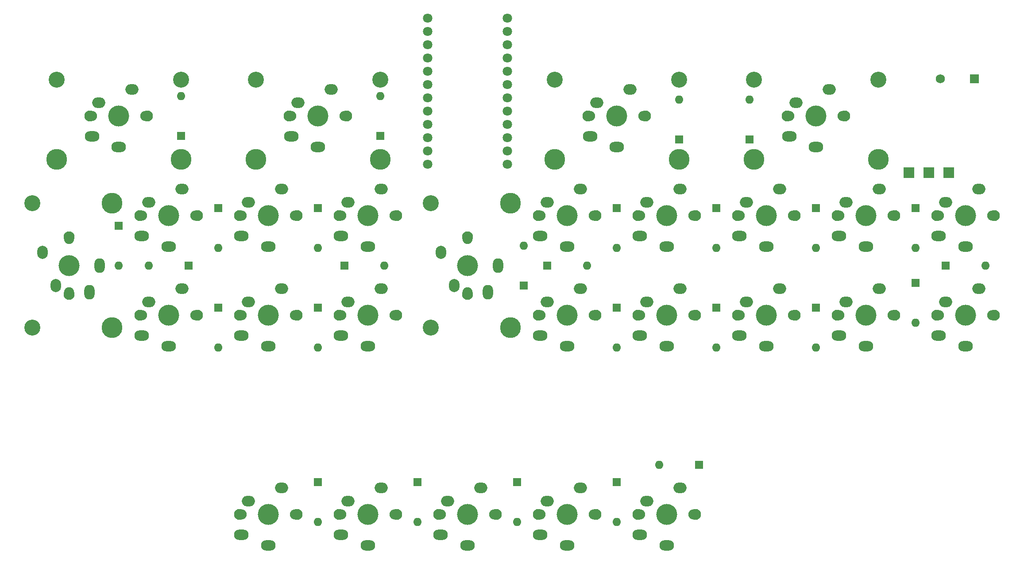
<source format=gbs>
%TF.GenerationSoftware,KiCad,Pcbnew,(7.0.0)*%
%TF.CreationDate,2023-03-05T08:54:37+05:30*%
%TF.ProjectId,Peridot Steno,50657269-646f-4742-9053-74656e6f2e6b,rev?*%
%TF.SameCoordinates,Original*%
%TF.FileFunction,Soldermask,Bot*%
%TF.FilePolarity,Negative*%
%FSLAX46Y46*%
G04 Gerber Fmt 4.6, Leading zero omitted, Abs format (unit mm)*
G04 Created by KiCad (PCBNEW (7.0.0)) date 2023-03-05 08:54:37*
%MOMM*%
%LPD*%
G01*
G04 APERTURE LIST*
%ADD10C,2.100000*%
%ADD11C,1.900000*%
%ADD12C,4.000000*%
%ADD13O,2.800000X2.000000*%
%ADD14O,2.500000X2.000000*%
%ADD15O,2.000000X2.800000*%
%ADD16O,2.000000X2.500000*%
%ADD17C,3.048000*%
%ADD18C,3.987800*%
%ADD19C,1.800000*%
%ADD20R,1.752600X1.752600*%
%ADD21C,1.752600*%
%ADD22R,1.600000X1.600000*%
%ADD23O,1.600000X1.600000*%
%ADD24R,2.000000X2.000000*%
G04 APERTURE END LIST*
D10*
%TO.C,SW26*%
X156425000Y-66675000D03*
D11*
X156845000Y-66675000D03*
D12*
X161925000Y-66675000D03*
D11*
X167005000Y-66675000D03*
D10*
X167425000Y-66675000D03*
D13*
X156824999Y-70574999D03*
D14*
X158114999Y-64134999D03*
D13*
X161924999Y-72574999D03*
D14*
X164464999Y-61594999D03*
%TD*%
D10*
%TO.C,SW19*%
X99275000Y-123825000D03*
D11*
X99695000Y-123825000D03*
D12*
X104775000Y-123825000D03*
D11*
X109855000Y-123825000D03*
D10*
X110275000Y-123825000D03*
D13*
X99674999Y-127724999D03*
D14*
X100964999Y-121284999D03*
D13*
X104774999Y-129724999D03*
D14*
X107314999Y-118744999D03*
%TD*%
D10*
%TO.C,SW17*%
X118325000Y-66675000D03*
D11*
X118745000Y-66675000D03*
D12*
X123825000Y-66675000D03*
D11*
X128905000Y-66675000D03*
D10*
X129325000Y-66675000D03*
D13*
X118724999Y-70574999D03*
D14*
X120014999Y-64134999D03*
D13*
X123824999Y-72574999D03*
D14*
X126364999Y-61594999D03*
%TD*%
D10*
%TO.C,SW42*%
X232625000Y-66675000D03*
D11*
X233045000Y-66675000D03*
D12*
X238125000Y-66675000D03*
D11*
X243205000Y-66675000D03*
D10*
X243625000Y-66675000D03*
D13*
X233024999Y-70574999D03*
D14*
X234314999Y-64134999D03*
D13*
X238124999Y-72574999D03*
D14*
X240664999Y-61594999D03*
%TD*%
D10*
%TO.C,SW27*%
X156425000Y-85725000D03*
D11*
X156845000Y-85725000D03*
D12*
X161925000Y-85725000D03*
D11*
X167005000Y-85725000D03*
D10*
X167425000Y-85725000D03*
D13*
X156824999Y-89624999D03*
D14*
X158114999Y-83184999D03*
D13*
X161924999Y-91624999D03*
D14*
X164464999Y-80644999D03*
%TD*%
D10*
%TO.C,SW36*%
X175475000Y-123825000D03*
D11*
X175895000Y-123825000D03*
D12*
X180975000Y-123825000D03*
D11*
X186055000Y-123825000D03*
D10*
X186475000Y-123825000D03*
D13*
X175874999Y-127724999D03*
D14*
X177164999Y-121284999D03*
D13*
X180974999Y-129724999D03*
D14*
X183514999Y-118744999D03*
%TD*%
D10*
%TO.C,SW21*%
X142875000Y-81700000D03*
D11*
X142875000Y-81280000D03*
D12*
X142875000Y-76200000D03*
D11*
X142875000Y-71120000D03*
D10*
X142875000Y-70700000D03*
D15*
X146774999Y-81299999D03*
D16*
X140334999Y-80009999D03*
D15*
X148774999Y-76199999D03*
D16*
X137794999Y-73659999D03*
%TD*%
D10*
%TO.C,SW32*%
X156425000Y-123825000D03*
D11*
X156845000Y-123825000D03*
D12*
X161925000Y-123825000D03*
D11*
X167005000Y-123825000D03*
D10*
X167425000Y-123825000D03*
D13*
X156824999Y-127724999D03*
D14*
X158114999Y-121284999D03*
D13*
X161924999Y-129724999D03*
D14*
X164464999Y-118744999D03*
%TD*%
D10*
%TO.C,SW28*%
X137375000Y-123825000D03*
D11*
X137795000Y-123825000D03*
D12*
X142875000Y-123825000D03*
D11*
X147955000Y-123825000D03*
D10*
X148375000Y-123825000D03*
D13*
X137774999Y-127724999D03*
D14*
X139064999Y-121284999D03*
D13*
X142874999Y-129724999D03*
D14*
X145414999Y-118744999D03*
%TD*%
D10*
%TO.C,SW33*%
X204050000Y-47625000D03*
D11*
X204470000Y-47625000D03*
D12*
X209550000Y-47625000D03*
D11*
X214630000Y-47625000D03*
D10*
X215050000Y-47625000D03*
D13*
X204449999Y-51524999D03*
D14*
X205739999Y-45084999D03*
D13*
X209549999Y-53524999D03*
D14*
X212089999Y-42544999D03*
%TD*%
D10*
%TO.C,SW34*%
X194525000Y-66675000D03*
D11*
X194945000Y-66675000D03*
D12*
X200025000Y-66675000D03*
D11*
X205105000Y-66675000D03*
D10*
X205525000Y-66675000D03*
D13*
X194924999Y-70574999D03*
D14*
X196214999Y-64134999D03*
D13*
X200024999Y-72574999D03*
D14*
X202564999Y-61594999D03*
%TD*%
D17*
%TO.C,REF\u002A\u002A*%
X197650000Y-40640000D03*
D18*
X197650000Y-55880000D03*
D17*
X221450000Y-40640000D03*
D18*
X221450000Y-55880000D03*
%TD*%
D10*
%TO.C,SW39*%
X213575000Y-85725000D03*
D11*
X213995000Y-85725000D03*
D12*
X219075000Y-85725000D03*
D11*
X224155000Y-85725000D03*
D10*
X224575000Y-85725000D03*
D13*
X213974999Y-89624999D03*
D14*
X215264999Y-83184999D03*
D13*
X219074999Y-91624999D03*
D14*
X221614999Y-80644999D03*
%TD*%
D10*
%TO.C,SW31*%
X175475000Y-85725000D03*
D11*
X175895000Y-85725000D03*
D12*
X180975000Y-85725000D03*
D11*
X186055000Y-85725000D03*
D10*
X186475000Y-85725000D03*
D13*
X175874999Y-89624999D03*
D14*
X177164999Y-83184999D03*
D13*
X180974999Y-91624999D03*
D14*
X183514999Y-80644999D03*
%TD*%
D10*
%TO.C,SW9*%
X80225000Y-85725000D03*
D11*
X80645000Y-85725000D03*
D12*
X85725000Y-85725000D03*
D11*
X90805000Y-85725000D03*
D10*
X91225000Y-85725000D03*
D13*
X80624999Y-89624999D03*
D14*
X81914999Y-83184999D03*
D13*
X85724999Y-91624999D03*
D14*
X88264999Y-80644999D03*
%TD*%
D19*
%TO.C,U1*%
X135255000Y-28892500D03*
X135255000Y-31432500D03*
X135255000Y-33972500D03*
X135255000Y-36512500D03*
X135255000Y-39052500D03*
X135255000Y-41592500D03*
X135255000Y-44132500D03*
X135255000Y-46672500D03*
X135255000Y-49212500D03*
X135255000Y-51752500D03*
X135255000Y-54292500D03*
X135255000Y-56832500D03*
X150495000Y-56832500D03*
X150495000Y-54292500D03*
X150495000Y-51752500D03*
X150495000Y-49212500D03*
X150495000Y-46672500D03*
X150495000Y-44132500D03*
X150495000Y-41592500D03*
X150495000Y-39052500D03*
X150495000Y-36512500D03*
X150495000Y-33972500D03*
X150495000Y-31432500D03*
X150495000Y-28892500D03*
%TD*%
D10*
%TO.C,SW12*%
X99275000Y-66675000D03*
D11*
X99695000Y-66675000D03*
D12*
X104775000Y-66675000D03*
D11*
X109855000Y-66675000D03*
D10*
X110275000Y-66675000D03*
D13*
X99674999Y-70574999D03*
D14*
X100964999Y-64134999D03*
D13*
X104774999Y-72574999D03*
D14*
X107314999Y-61594999D03*
%TD*%
D10*
%TO.C,SW4*%
X66675000Y-81700000D03*
D11*
X66675000Y-81280000D03*
D12*
X66675000Y-76200000D03*
D11*
X66675000Y-71120000D03*
D10*
X66675000Y-70700000D03*
D15*
X70574999Y-81299999D03*
D16*
X64134999Y-80009999D03*
D15*
X72574999Y-76199999D03*
D16*
X61594999Y-73659999D03*
%TD*%
D17*
%TO.C,REF\u002A\u002A*%
X59690000Y-88100000D03*
D18*
X74930000Y-88100000D03*
D17*
X59690000Y-64300000D03*
D18*
X74930000Y-64300000D03*
%TD*%
D17*
%TO.C,REF\u002A\u002A*%
X135890000Y-88100000D03*
D18*
X151130000Y-88100000D03*
D17*
X135890000Y-64300000D03*
D18*
X151130000Y-64300000D03*
%TD*%
D10*
%TO.C,SW11*%
X108800000Y-47625000D03*
D11*
X109220000Y-47625000D03*
D12*
X114300000Y-47625000D03*
D11*
X119380000Y-47625000D03*
D10*
X119800000Y-47625000D03*
D13*
X109199999Y-51524999D03*
D14*
X110489999Y-45084999D03*
D13*
X114299999Y-53524999D03*
D14*
X116839999Y-42544999D03*
%TD*%
D17*
%TO.C,REF\u002A\u002A*%
X159550000Y-40640000D03*
D18*
X159550000Y-55880000D03*
D17*
X183350000Y-40640000D03*
D18*
X183350000Y-55880000D03*
%TD*%
D20*
%TO.C,SW1*%
X239864899Y-40481249D03*
D21*
X233362500Y-40481250D03*
%TD*%
D10*
%TO.C,SW38*%
X213575000Y-66675000D03*
D11*
X213995000Y-66675000D03*
D12*
X219075000Y-66675000D03*
D11*
X224155000Y-66675000D03*
D10*
X224575000Y-66675000D03*
D13*
X213974999Y-70574999D03*
D14*
X215264999Y-64134999D03*
D13*
X219074999Y-72574999D03*
D14*
X221614999Y-61594999D03*
%TD*%
D10*
%TO.C,SW2*%
X70700000Y-47625000D03*
D11*
X71120000Y-47625000D03*
D12*
X76200000Y-47625000D03*
D11*
X81280000Y-47625000D03*
D10*
X81700000Y-47625000D03*
D13*
X71099999Y-51524999D03*
D14*
X72389999Y-45084999D03*
D13*
X76199999Y-53524999D03*
D14*
X78739999Y-42544999D03*
%TD*%
D17*
%TO.C,REF\u002A\u002A*%
X64300000Y-40640000D03*
D18*
X64300000Y-55880000D03*
D17*
X88100000Y-40640000D03*
D18*
X88100000Y-55880000D03*
%TD*%
D10*
%TO.C,SW35*%
X194525000Y-85725000D03*
D11*
X194945000Y-85725000D03*
D12*
X200025000Y-85725000D03*
D11*
X205105000Y-85725000D03*
D10*
X205525000Y-85725000D03*
D13*
X194924999Y-89624999D03*
D14*
X196214999Y-83184999D03*
D13*
X200024999Y-91624999D03*
D14*
X202564999Y-80644999D03*
%TD*%
D10*
%TO.C,SW23*%
X118325000Y-123825000D03*
D11*
X118745000Y-123825000D03*
D12*
X123825000Y-123825000D03*
D11*
X128905000Y-123825000D03*
D10*
X129325000Y-123825000D03*
D13*
X118724999Y-127724999D03*
D14*
X120014999Y-121284999D03*
D13*
X123824999Y-129724999D03*
D14*
X126364999Y-118744999D03*
%TD*%
D10*
%TO.C,SW25*%
X165950000Y-47625000D03*
D11*
X166370000Y-47625000D03*
D12*
X171450000Y-47625000D03*
D11*
X176530000Y-47625000D03*
D10*
X176950000Y-47625000D03*
D13*
X166349999Y-51524999D03*
D14*
X167639999Y-45084999D03*
D13*
X171449999Y-53524999D03*
D14*
X173989999Y-42544999D03*
%TD*%
D17*
%TO.C,REF\u002A\u002A*%
X102400000Y-40640000D03*
D18*
X102400000Y-55880000D03*
D17*
X126200000Y-40640000D03*
D18*
X126200000Y-55880000D03*
%TD*%
D10*
%TO.C,SW30*%
X175475000Y-66675000D03*
D11*
X175895000Y-66675000D03*
D12*
X180975000Y-66675000D03*
D11*
X186055000Y-66675000D03*
D10*
X186475000Y-66675000D03*
D13*
X175874999Y-70574999D03*
D14*
X177164999Y-64134999D03*
D13*
X180974999Y-72574999D03*
D14*
X183514999Y-61594999D03*
%TD*%
D10*
%TO.C,SW43*%
X232625000Y-85725000D03*
D11*
X233045000Y-85725000D03*
D12*
X238125000Y-85725000D03*
D11*
X243205000Y-85725000D03*
D10*
X243625000Y-85725000D03*
D13*
X233024999Y-89624999D03*
D14*
X234314999Y-83184999D03*
D13*
X238124999Y-91624999D03*
D14*
X240664999Y-80644999D03*
%TD*%
D10*
%TO.C,SW8*%
X80225000Y-66675000D03*
D11*
X80645000Y-66675000D03*
D12*
X85725000Y-66675000D03*
D11*
X90805000Y-66675000D03*
D10*
X91225000Y-66675000D03*
D13*
X80624999Y-70574999D03*
D14*
X81914999Y-64134999D03*
D13*
X85724999Y-72574999D03*
D14*
X88264999Y-61594999D03*
%TD*%
D10*
%TO.C,SW13*%
X99275000Y-85725000D03*
D11*
X99695000Y-85725000D03*
D12*
X104775000Y-85725000D03*
D11*
X109855000Y-85725000D03*
D10*
X110275000Y-85725000D03*
D13*
X99674999Y-89624999D03*
D14*
X100964999Y-83184999D03*
D13*
X104774999Y-91624999D03*
D14*
X107314999Y-80644999D03*
%TD*%
D10*
%TO.C,SW18*%
X118325000Y-85725000D03*
D11*
X118745000Y-85725000D03*
D12*
X123825000Y-85725000D03*
D11*
X128905000Y-85725000D03*
D10*
X129325000Y-85725000D03*
D13*
X118724999Y-89624999D03*
D14*
X120014999Y-83184999D03*
D13*
X123824999Y-91624999D03*
D14*
X126364999Y-80644999D03*
%TD*%
D22*
%TO.C,D27*%
X152399999Y-117633749D03*
D23*
X152399999Y-125253749D03*
%TD*%
D22*
%TO.C,D41*%
X228599999Y-65246249D03*
D23*
X228599999Y-72866249D03*
%TD*%
D22*
%TO.C,D33*%
X190499999Y-65246249D03*
D23*
X190499999Y-72866249D03*
%TD*%
D22*
%TO.C,D30*%
X190499999Y-84296249D03*
D23*
X190499999Y-91916249D03*
%TD*%
D22*
%TO.C,D31*%
X171449999Y-117633749D03*
D23*
X171449999Y-125253749D03*
%TD*%
D22*
%TO.C,D12*%
X114299999Y-84296249D03*
D23*
X114299999Y-91916249D03*
%TD*%
D22*
%TO.C,D22*%
X133349999Y-117633749D03*
D23*
X133349999Y-125253749D03*
%TD*%
D22*
%TO.C,D42*%
X234314999Y-76199999D03*
D23*
X241934999Y-76199999D03*
%TD*%
D22*
%TO.C,D37*%
X209549999Y-65246249D03*
D23*
X209549999Y-72866249D03*
%TD*%
D22*
%TO.C,D1*%
X88106249Y-51434999D03*
D23*
X88106249Y-43814999D03*
%TD*%
D22*
%TO.C,D17*%
X119379999Y-76199999D03*
D23*
X126999999Y-76199999D03*
%TD*%
D22*
%TO.C,D29*%
X171449999Y-65246249D03*
D23*
X171449999Y-72866249D03*
%TD*%
D24*
%TO.C,J3*%
X227329999Y-58419999D03*
%TD*%
D22*
%TO.C,D38*%
X228599999Y-79533749D03*
D23*
X228599999Y-87153749D03*
%TD*%
D22*
%TO.C,D25*%
X158114999Y-76199999D03*
D23*
X165734999Y-76199999D03*
%TD*%
D22*
%TO.C,D3*%
X76199999Y-68579999D03*
D23*
X76199999Y-76199999D03*
%TD*%
D24*
%TO.C,J1*%
X231139999Y-58419999D03*
%TD*%
D22*
%TO.C,D26*%
X171449999Y-84296249D03*
D23*
X171449999Y-91916249D03*
%TD*%
D22*
%TO.C,D16*%
X114299999Y-65246249D03*
D23*
X114299999Y-72866249D03*
%TD*%
D24*
%TO.C,J2*%
X234949999Y-58419999D03*
%TD*%
D22*
%TO.C,D11*%
X95249999Y-65246249D03*
D23*
X95249999Y-72866249D03*
%TD*%
D22*
%TO.C,D7*%
X89534999Y-76199999D03*
D23*
X81914999Y-76199999D03*
%TD*%
D22*
%TO.C,D24*%
X183356249Y-52069999D03*
D23*
X183356249Y-44449999D03*
%TD*%
D22*
%TO.C,D8*%
X95249999Y-84296249D03*
D23*
X95249999Y-91916249D03*
%TD*%
D22*
%TO.C,D32*%
X196849999Y-52069999D03*
D23*
X196849999Y-44449999D03*
%TD*%
D22*
%TO.C,D10*%
X126206249Y-51434999D03*
D23*
X126206249Y-43814999D03*
%TD*%
D22*
%TO.C,D34*%
X209549999Y-84296249D03*
D23*
X209549999Y-91916249D03*
%TD*%
D22*
%TO.C,D35*%
X187166249Y-114299999D03*
D23*
X179546249Y-114299999D03*
%TD*%
D22*
%TO.C,D18*%
X114299999Y-117633749D03*
D23*
X114299999Y-125253749D03*
%TD*%
D22*
%TO.C,D20*%
X153669999Y-80009999D03*
D23*
X153669999Y-72389999D03*
%TD*%
M02*

</source>
